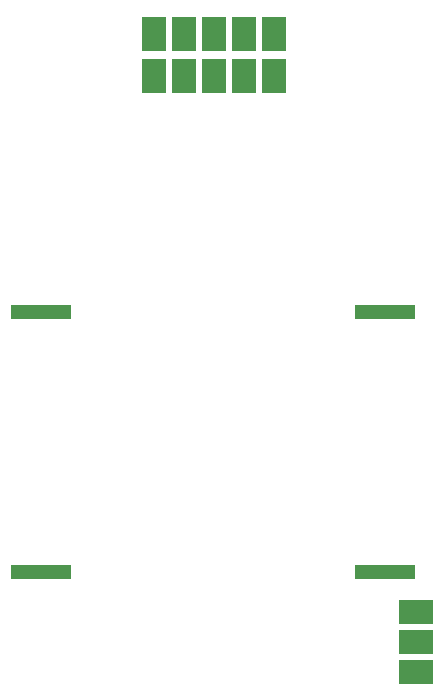
<source format=gbr>
G04 #@! TF.GenerationSoftware,KiCad,Pcbnew,(5.1.12-1-10_14)*
G04 #@! TF.CreationDate,2021-12-02T19:43:45-05:00*
G04 #@! TF.ProjectId,blinky,626c696e-6b79-42e6-9b69-6361645f7063,rev?*
G04 #@! TF.SameCoordinates,Original*
G04 #@! TF.FileFunction,Paste,Bot*
G04 #@! TF.FilePolarity,Positive*
%FSLAX46Y46*%
G04 Gerber Fmt 4.6, Leading zero omitted, Abs format (unit mm)*
G04 Created by KiCad (PCBNEW (5.1.12-1-10_14)) date 2021-12-02 19:43:45*
%MOMM*%
%LPD*%
G01*
G04 APERTURE LIST*
%ADD10R,3.000000X2.000000*%
%ADD11R,5.080000X1.270000*%
%ADD12R,2.000000X3.000000*%
G04 APERTURE END LIST*
D10*
G04 #@! TO.C,J2*
X207200000Y-101040000D03*
X207200000Y-98500000D03*
X207200000Y-95960000D03*
G04 #@! TD*
D11*
G04 #@! TO.C,BT2*
X175400000Y-70615000D03*
X175400000Y-92585000D03*
G04 #@! TD*
G04 #@! TO.C,BT1*
X204600000Y-92585000D03*
X204600000Y-70615000D03*
G04 #@! TD*
D12*
G04 #@! TO.C,J1*
X185020000Y-50616000D03*
X185020000Y-47080000D03*
X187560000Y-50616000D03*
X187560000Y-47080000D03*
X190100000Y-50596000D03*
X190100000Y-47080000D03*
X192640000Y-50616000D03*
X192640000Y-47080000D03*
X195180000Y-50616000D03*
X195180000Y-47080000D03*
G04 #@! TD*
M02*

</source>
